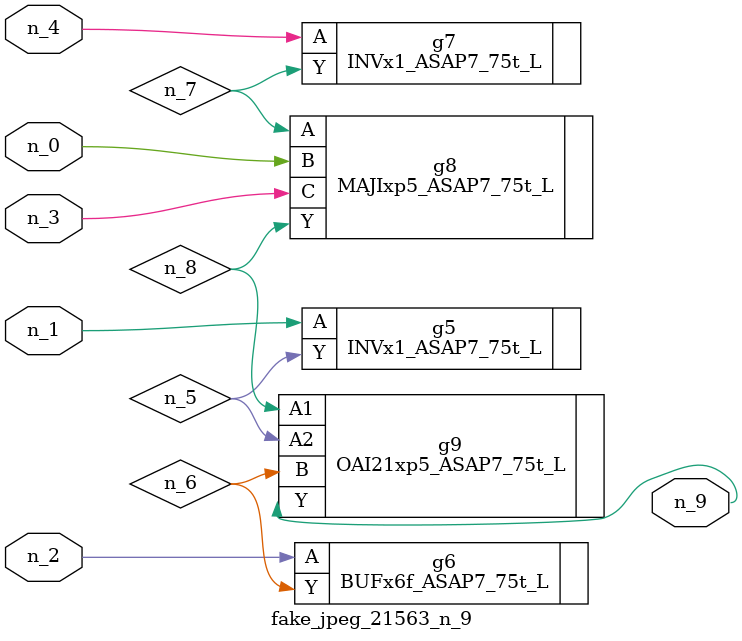
<source format=v>
module fake_jpeg_21563_n_9 (n_3, n_2, n_1, n_0, n_4, n_9);

input n_3;
input n_2;
input n_1;
input n_0;
input n_4;

output n_9;

wire n_8;
wire n_6;
wire n_5;
wire n_7;

INVx1_ASAP7_75t_L g5 ( 
.A(n_1),
.Y(n_5)
);

BUFx6f_ASAP7_75t_L g6 ( 
.A(n_2),
.Y(n_6)
);

INVx1_ASAP7_75t_L g7 ( 
.A(n_4),
.Y(n_7)
);

MAJIxp5_ASAP7_75t_L g8 ( 
.A(n_7),
.B(n_0),
.C(n_3),
.Y(n_8)
);

OAI21xp5_ASAP7_75t_L g9 ( 
.A1(n_8),
.A2(n_5),
.B(n_6),
.Y(n_9)
);


endmodule
</source>
